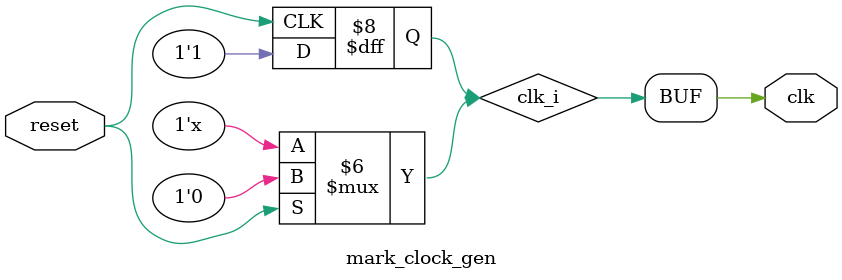
<source format=v>

module mark_clock_gen ( 
   output wire clk,
   input  wire reset
);

   parameter param_clock_half_period = 50;
   parameter param_time_end_of_sim   = 25000000;
  
   reg clk_i;

   // clock generation
   initial begin
     {clk_i} <= 1'b0;
    //#(param_time_end_of_sim) $finish;
   end
   //end initial

   always @(negedge reset) begin
      $display("Initial set clock to 1 after reset");
      clk_i <= 1'b1;
   end

   always #(param_clock_half_period) begin
      if (reset) begin
         //$display("Something noted in the clock, reset still set, clk_i<=0");
         clk_i <= 1'b0;
      end else begin
        {clk_i} <= 1'b1 + clk_i;
       //$display("Something noted in the clock, clk_i now %0d, clk is %0d",clk_i,clk);
      end
   end

   // outputs --
   assign {clk}=clk_i;
   //--
endmodule

</source>
